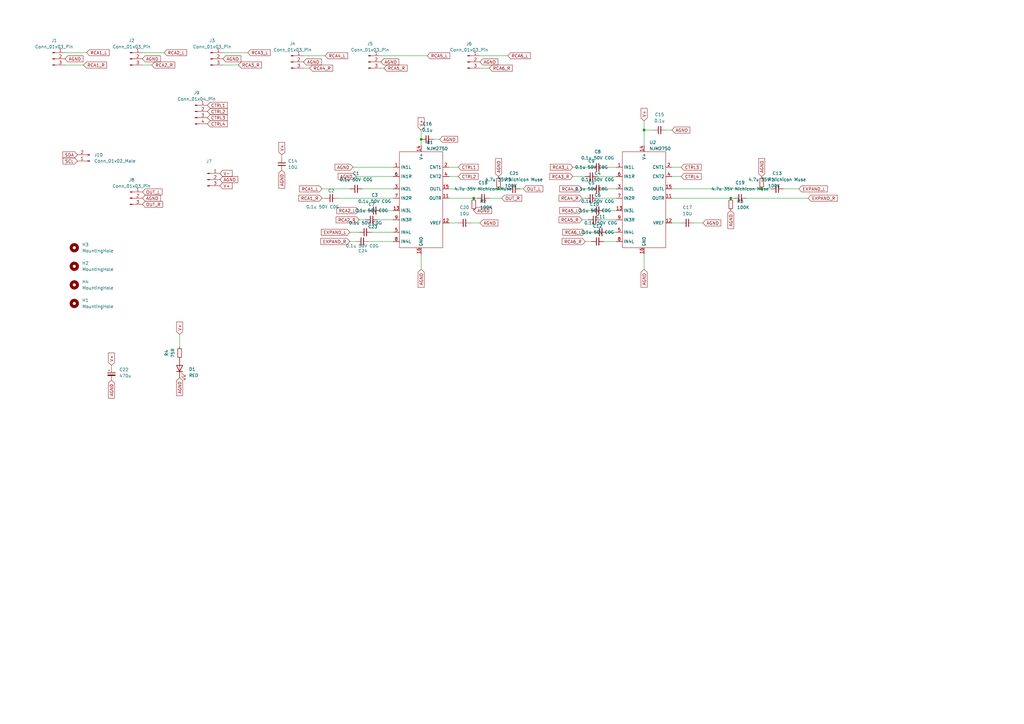
<source format=kicad_sch>
(kicad_sch (version 20231120) (generator "eeschema") (generator_version "8.0")
  (paper "A3")
  (lib_symbols
    (symbol "Connector:Conn_01x02_Male" (pin_names (offset 1.016) hide)
      (property "Reference" "J" (at 0 2.54 0))
      (property "Value" "Conn_01x02_Male" (at 0 -5.08 0))
      (symbol "Conn_01x02_Male_1_1"
        (polyline (pts (xy 1.27 -2.54) (xy 0.8636 -2.54)) (stroke (width 0.1524)))
        (polyline (pts (xy 1.27 0) (xy 0.8636 0)) (stroke (width 0.1524)))
        (rectangle (start 0.8636 -2.413) (end 0 -2.667) (stroke (width 0.1524)) (fill (type outline)))
        (rectangle (start 0.8636 0.127) (end 0 -0.127) (stroke (width 0.1524)) (fill (type outline)))
        (pin passive line (at 5.08 0 180) (length 3.81) (name "Pin_1") (number "1"))
        (pin passive line (at 5.08 -2.54 180) (length 3.81) (name "Pin_2") (number "2"))
      )
    )
    (symbol "Connector:Conn_01x03_Male" (pin_names (offset 1.016) hide)
      (property "Reference" "J" (at 0 5.08 0))
      (property "Value" "Conn_01x03_Male" (at 0 -5.08 0))
      (symbol "Conn_01x03_Male_1_1"
        (polyline (pts (xy 1.27 -2.54) (xy 0.8636 -2.54)) (stroke (width 0.1524)))
        (polyline (pts (xy 1.27 0) (xy 0.8636 0)) (stroke (width 0.1524)))
        (polyline (pts (xy 1.27 2.54) (xy 0.8636 2.54)) (stroke (width 0.1524)))
        (rectangle (start 0.8636 -2.413) (end 0 -2.667) (stroke (width 0.1524)) (fill (type outline)))
        (rectangle (start 0.8636 0.127) (end 0 -0.127) (stroke (width 0.1524)) (fill (type outline)))
        (rectangle (start 0.8636 2.667) (end 0 2.413) (stroke (width 0.1524)) (fill (type outline)))
        (pin passive line (at 5.08 2.54 180) (length 3.81) (name "Pin_1") (number "1"))
        (pin passive line (at 5.08 0 180) (length 3.81) (name "Pin_2") (number "2"))
        (pin passive line (at 5.08 -2.54 180) (length 3.81) (name "Pin_3") (number "3"))
      )
    )
    (symbol "Connector:Conn_01x03_Pin" (pin_names (offset 1.016) hide)
      (property "Reference" "J" (at 0 5.08 0))
      (property "Value" "Conn_01x03_Pin" (at 0 -5.08 0))
      (symbol "Conn_01x03_Pin_1_1"
        (polyline (pts (xy 1.27 -2.54) (xy 0.8636 -2.54)) (stroke (width 0.1524)))
        (polyline (pts (xy 1.27 0) (xy 0.8636 0)) (stroke (width 0.1524)))
        (polyline (pts (xy 1.27 2.54) (xy 0.8636 2.54)) (stroke (width 0.1524)))
        (rectangle (start 0.8636 -2.413) (end 0 -2.667) (stroke (width 0.1524)) (fill (type outline)))
        (rectangle (start 0.8636 0.127) (end 0 -0.127) (stroke (width 0.1524)) (fill (type outline)))
        (rectangle (start 0.8636 2.667) (end 0 2.413) (stroke (width 0.1524)) (fill (type outline)))
        (pin passive line (at 5.08 2.54 180) (length 3.81) (name "Pin_1") (number "1"))
        (pin passive line (at 5.08 0 180) (length 3.81) (name "Pin_2") (number "2"))
        (pin passive line (at 5.08 -2.54 180) (length 3.81) (name "Pin_3") (number "3"))
      )
    )
    (symbol "Connector:Conn_01x04_Pin" (pin_names (offset 1.016) hide)
      (property "Reference" "J" (at 0 5.08 0))
      (property "Value" "Conn_01x04_Pin" (at 0 -7.62 0))
      (symbol "Conn_01x04_Pin_1_1"
        (polyline (pts (xy 1.27 -5.08) (xy 0.8636 -5.08)) (stroke (width 0.1524)))
        (polyline (pts (xy 1.27 -2.54) (xy 0.8636 -2.54)) (stroke (width 0.1524)))
        (polyline (pts (xy 1.27 0) (xy 0.8636 0)) (stroke (width 0.1524)))
        (polyline (pts (xy 1.27 2.54) (xy 0.8636 2.54)) (stroke (width 0.1524)))
        (rectangle (start 0.8636 -4.953) (end 0 -5.207) (stroke (width 0.1524)) (fill (type outline)))
        (rectangle (start 0.8636 -2.413) (end 0 -2.667) (stroke (width 0.1524)) (fill (type outline)))
        (rectangle (start 0.8636 0.127) (end 0 -0.127) (stroke (width 0.1524)) (fill (type outline)))
        (rectangle (start 0.8636 2.667) (end 0 2.413) (stroke (width 0.1524)) (fill (type outline)))
        (pin passive line (at 5.08 2.54 180) (length 3.81) (name "Pin_1") (number "1"))
        (pin passive line (at 5.08 0 180) (length 3.81) (name "Pin_2") (number "2"))
        (pin passive line (at 5.08 -2.54 180) (length 3.81) (name "Pin_3") (number "3"))
        (pin passive line (at 5.08 -5.08 180) (length 3.81) (name "Pin_4") (number "4"))
      )
    )
    (symbol "Custom:NJM2750"
      (property "Reference" "U" (at 7.112 3.556 0))
      (symbol "NJM2750_0_1"
        (rectangle (start -8.89 44.45) (end 8.89 5.08))
      )
      (symbol "NJM2750_1_1"
        (pin input line (at -11.43 38.1 0) (length 2.54) (name "IN1L") (number "1"))
        (pin input line (at 11.43 25.4 180) (length 2.54) (name "OUTR") (number "11"))
        (pin input line (at 11.43 15.24 180) (length 2.54) (name "VREF") (number "12"))
        (pin input line (at -11.43 20.32 0) (length 2.54) (name "IN3L") (number "13"))
        (pin input line (at 0 46.99 270) (length 2.54) (name "V+") (number "14"))
        (pin input line (at 11.43 29.21 180) (length 2.54) (name "OUTL") (number "15"))
        (pin input line (at 0 2.54 90) (length 2.54) (name "GND") (number "16"))
        (pin input line (at 11.43 38.1 180) (length 2.54) (name "CNT1") (number "2"))
        (pin input line (at -11.43 29.21 0) (length 2.54) (name "IN2L") (number "3"))
        (pin input line (at 11.43 34.29 180) (length 2.54) (name "CNT2") (number "4"))
        (pin input line (at -11.43 11.43 0) (length 2.54) (name "IN4L") (number "5"))
        (pin input line (at -11.43 34.29 0) (length 2.54) (name "IN1R") (number "6"))
        (pin input line (at -11.43 25.4 0) (length 2.54) (name "IN2R") (number "7"))
        (pin input line (at -11.43 7.62 0) (length 2.54) (name "IN4L") (number "8"))
        (pin input line (at -11.43 16.51 0) (length 2.54) (name "IN3R") (number "9"))
      )
    )
    (symbol "Device:C_Polarized_Small" (pin_numbers hide) (pin_names (offset 0.254) hide)
      (property "Reference" "C" (at 0.254 1.778 0))
      (property "Value" "C_Polarized_Small" (at 0.254 -2.032 0))
      (symbol "C_Polarized_Small_0_1"
        (rectangle (start -1.524 -0.3048) (end 1.524 -0.6858) (fill (type outline)))
        (rectangle (start -1.524 0.6858) (end 1.524 0.3048))
        (polyline (pts (xy -1.27 1.524) (xy -0.762 1.524)))
        (polyline (pts (xy -1.016 1.27) (xy -1.016 1.778)))
      )
      (symbol "C_Polarized_Small_1_1"
        (pin passive line (at 0 2.54 270) (length 1.8542) (name "~") (number "1"))
        (pin passive line (at 0 -2.54 90) (length 1.8542) (name "~") (number "2"))
      )
    )
    (symbol "Device:C_Small" (pin_numbers hide) (pin_names (offset 0.254) hide)
      (property "Reference" "C" (at 0.254 1.778 0))
      (property "Value" "C_Small" (at 0.254 -2.032 0))
      (symbol "C_Small_0_1"
        (polyline (pts (xy -1.524 -0.508) (xy 1.524 -0.508)) (stroke (width 0.3302)))
        (polyline (pts (xy -1.524 0.508) (xy 1.524 0.508)) (stroke (width 0.3048)))
      )
      (symbol "C_Small_1_1"
        (pin passive line (at 0 2.54 270) (length 2.032) (name "~") (number "1"))
        (pin passive line (at 0 -2.54 90) (length 2.032) (name "~") (number "2"))
      )
    )
    (symbol "Device:LED" (pin_numbers hide) (pin_names (offset 1.016) hide)
      (property "Reference" "D" (at 0 2.54 0))
      (property "Value" "LED" (at 0 -2.54 0))
      (symbol "LED_0_1"
        (polyline (pts (xy -1.27 -1.27) (xy -1.27 1.27)) (stroke (width 0.254)))
        (polyline (pts (xy -1.27 0) (xy 1.27 0)))
        (polyline (pts (xy 1.27 -1.27) (xy 1.27 1.27) (xy -1.27 0) (xy 1.27 -1.27)) (stroke (width 0.254)))
        (polyline (pts (xy -3.048 -0.762) (xy -4.572 -2.286) (xy -3.81 -2.286) (xy -4.572 -2.286) (xy -4.572 -1.524)))
        (polyline (pts (xy -1.778 -0.762) (xy -3.302 -2.286) (xy -2.54 -2.286) (xy -3.302 -2.286) (xy -3.302 -1.524)))
      )
      (symbol "LED_1_1"
        (pin passive line (at -3.81 0 0) (length 2.54) (name "K") (number "1"))
        (pin passive line (at 3.81 0 180) (length 2.54) (name "A") (number "2"))
      )
    )
    (symbol "Device:R_Small" (pin_numbers hide) (pin_names (offset 0.254) hide)
      (property "Reference" "R" (at 0.762 0.508 0))
      (property "Value" "R_Small" (at 0.762 -1.016 0))
      (symbol "R_Small_0_1"
        (rectangle (start -0.762 1.778) (end 0.762 -1.778) (stroke (width 0.2032)))
      )
      (symbol "R_Small_1_1"
        (pin passive line (at 0 2.54 270) (length 0.762) (name "~") (number "1"))
        (pin passive line (at 0 -2.54 90) (length 0.762) (name "~") (number "2"))
      )
    )
    (symbol "Mechanical:MountingHole" (pin_names (offset 1.016))
      (property "Reference" "H" (at 0 5.08 0))
      (property "Value" "MountingHole" (at 0 3.175 0))
      (symbol "MountingHole_0_1"
        (circle (center 0 0) (radius 1.27) (stroke (width 1.27)))
      )
    )
  )
  (junction (at 194.31 81.28))
  (junction (at 204.47 77.47))
  (junction (at 312.42 77.47))
  (junction (at 172.72 57.15))
  (junction (at 264.16 53.34))
  (junction (at 299.72 81.28))
  (wire (pts (xy 124.46 27.94) (xy 127 27.94)))
  (wire (pts (xy 196.85 91.44) (xy 193.04 91.44)))
  (wire (pts (xy 214.63 77.47) (xy 213.36 77.47)))
  (wire (pts (xy 151.13 99.06) (xy 161.29 99.06)))
  (wire (pts (xy 187.96 91.44) (xy 184.15 91.44)))
  (wire (pts (xy 195.58 81.28) (xy 194.31 81.28)))
  (wire (pts (xy 247.65 68.58) (xy 252.73 68.58)))
  (wire (pts (xy 156.21 22.86) (xy 175.26 22.86)))
  (wire (pts (xy 172.72 53.34) (xy 172.72 57.15)))
  (wire (pts (xy 312.42 77.47) (xy 275.59 77.47)))
  (wire (pts (xy 45.72 149.86) (xy 45.72 150.876)))
  (wire (pts (xy 172.72 110.49) (xy 172.72 104.14)))
  (wire (pts (xy 331.47 81.28) (xy 306.07 81.28)))
  (wire (pts (xy 187.96 72.39) (xy 184.15 72.39)))
  (wire (pts (xy 279.4 72.39) (xy 275.59 72.39)))
  (wire (pts (xy 208.28 22.86) (xy 196.85 22.86)))
  (wire (pts (xy 245.11 81.28) (xy 252.73 81.28)))
  (wire (pts (xy 156.21 86.36) (xy 161.29 86.36)))
  (wire (pts (xy 248.92 95.25) (xy 252.73 95.25)))
  (wire (pts (xy 91.44 26.67) (xy 97.79 26.67)))
  (wire (pts (xy 279.4 68.58) (xy 275.59 68.58)))
  (wire (pts (xy 238.76 77.47) (xy 242.57 77.47)))
  (wire (pts (xy 204.47 77.47) (xy 184.15 77.47)))
  (wire (pts (xy 264.16 110.49) (xy 264.16 104.14)))
  (wire (pts (xy 147.32 86.36) (xy 151.13 86.36)))
  (wire (pts (xy 58.42 21.59) (xy 67.31 21.59)))
  (wire (pts (xy 146.05 72.39) (xy 161.29 72.39)))
  (wire (pts (xy 238.76 81.28) (xy 240.03 81.28)))
  (wire (pts (xy 144.78 68.58) (xy 161.29 68.58)))
  (wire (pts (xy 247.65 99.06) (xy 252.73 99.06)))
  (wire (pts (xy 238.76 90.17) (xy 241.3 90.17)))
  (wire (pts (xy 240.03 95.25) (xy 243.84 95.25)))
  (wire (pts (xy 91.44 21.59) (xy 101.6 21.59)))
  (wire (pts (xy 205.74 81.28) (xy 200.66 81.28)))
  (wire (pts (xy 245.11 72.39) (xy 252.73 72.39)))
  (wire (pts (xy 247.65 86.36) (xy 252.73 86.36)))
  (wire (pts (xy 300.99 81.28) (xy 299.72 81.28)))
  (wire (pts (xy 316.23 77.47) (xy 312.42 77.47)))
  (wire (pts (xy 279.4 91.44) (xy 275.59 91.44)))
  (wire (pts (xy 234.95 68.58) (xy 242.57 68.58)))
  (wire (pts (xy 246.38 90.17) (xy 252.73 90.17)))
  (wire (pts (xy 288.29 91.44) (xy 284.48 91.44)))
  (wire (pts (xy 147.32 90.17) (xy 149.86 90.17)))
  (wire (pts (xy 143.51 95.25) (xy 147.32 95.25)))
  (wire (pts (xy 264.16 49.53) (xy 264.16 53.34)))
  (wire (pts (xy 194.31 81.28) (xy 184.15 81.28)))
  (wire (pts (xy 148.59 77.47) (xy 161.29 77.47)))
  (wire (pts (xy 132.08 81.28) (xy 133.35 81.28)))
  (wire (pts (xy 138.43 81.28) (xy 161.29 81.28)))
  (wire (pts (xy 240.03 99.06) (xy 242.57 99.06)))
  (wire (pts (xy 247.65 77.47) (xy 252.73 77.47)))
  (wire (pts (xy 327.66 77.47) (xy 321.31 77.47)))
  (wire (pts (xy 208.28 77.47) (xy 204.47 77.47)))
  (wire (pts (xy 26.67 21.59) (xy 35.56 21.59)))
  (wire (pts (xy 115.57 63.5) (xy 115.57 64.77)))
  (wire (pts (xy 124.46 22.86) (xy 133.35 22.86)))
  (wire (pts (xy 234.95 72.39) (xy 240.03 72.39)))
  (wire (pts (xy 299.72 81.28) (xy 275.59 81.28)))
  (wire (pts (xy 275.59 53.34) (xy 273.05 53.34)))
  (wire (pts (xy 238.76 86.36) (xy 242.57 86.36)))
  (wire (pts (xy 267.97 53.34) (xy 264.16 53.34)))
  (wire (pts (xy 172.72 57.15) (xy 172.72 59.69)))
  (wire (pts (xy 26.67 26.67) (xy 34.29 26.67)))
  (wire (pts (xy 58.42 26.67) (xy 62.23 26.67)))
  (wire (pts (xy 73.66 137.16) (xy 73.66 142.24)))
  (wire (pts (xy 196.85 27.94) (xy 200.66 27.94)))
  (wire (pts (xy 180.34 57.15) (xy 177.8 57.15)))
  (wire (pts (xy 143.51 99.06) (xy 146.05 99.06)))
  (wire (pts (xy 132.08 77.47) (xy 143.51 77.47)))
  (wire (pts (xy 154.94 90.17) (xy 161.29 90.17)))
  (wire (pts (xy 156.21 27.94) (xy 157.48 27.94)))
  (wire (pts (xy 264.16 53.34) (xy 264.16 59.69)))
  (wire (pts (xy 152.4 95.25) (xy 161.29 95.25)))
  (wire (pts (xy 187.96 68.58) (xy 184.15 68.58)))
  (global_label "CTRL1" (shape input) (at 187.96 68.58 0) (property "Intersheetrefs" "${INTERSHEET_REFS}" (effects (hide yes))))
  (global_label "AGND" (shape input) (at 90.17 73.66 0) (property "Intersheetrefs" "${INTERSHEET_REFS}" (effects (hide yes))))
  (global_label "AGND" (shape input) (at 275.59 53.34 0) (property "Intersheetrefs" "${INTERSHEET_REFS}" (effects (hide yes))))
  (global_label "AGND" (shape input) (at 73.66 154.94 270) (property "Intersheetrefs" "${INTERSHEET_REFS}" (effects (hide yes))))
  (global_label "AGND" (shape input) (at 299.72 86.36 270) (property "Intersheetrefs" "${INTERSHEET_REFS}" (effects (hide yes))))
  (global_label "RCA2_L" (shape input) (at 67.31 21.59 0) (property "Intersheetrefs" "${INTERSHEET_REFS}" (effects (hide yes))))
  (global_label "CTRL3" (shape input) (at 85.09 48.26 0) (property "Intersheetrefs" "${INTERSHEET_REFS}" (effects (hide yes))))
  (global_label "RCA3_R" (shape input) (at 97.79 26.67 0) (property "Intersheetrefs" "${INTERSHEET_REFS}" (effects (hide yes))))
  (global_label "RCA3_L" (shape input) (at 101.6 21.59 0) (property "Intersheetrefs" "${INTERSHEET_REFS}" (effects (hide yes))))
  (global_label "OUT_R" (shape input) (at 58.42 83.82 0) (property "Intersheetrefs" "${INTERSHEET_REFS}" (effects (hide yes))))
  (global_label "V+" (shape input) (at 45.72 149.86 90) (property "Intersheetrefs" "${INTERSHEET_REFS}" (effects (hide yes))))
  (global_label "CTRL3" (shape input) (at 279.4 68.58 0) (property "Intersheetrefs" "${INTERSHEET_REFS}" (effects (hide yes))))
  (global_label "AGND" (shape input) (at 115.57 69.85 270) (property "Intersheetrefs" "${INTERSHEET_REFS}" (effects (hide yes))))
  (global_label "CTRL4" (shape input) (at 279.4 72.39 0) (property "Intersheetrefs" "${INTERSHEET_REFS}" (effects (hide yes))))
  (global_label "RCA6_R" (shape input) (at 200.66 27.94 0) (property "Intersheetrefs" "${INTERSHEET_REFS}" (effects (hide yes))))
  (global_label "RCA3_R" (shape input) (at 234.95 72.39 180) (property "Intersheetrefs" "${INTERSHEET_REFS}" (effects (hide yes))))
  (global_label "RCA6_L" (shape input) (at 208.28 22.86 0) (property "Intersheetrefs" "${INTERSHEET_REFS}" (effects (hide yes))))
  (global_label "RCA6_L" (shape input) (at 240.03 95.25 180) (property "Intersheetrefs" "${INTERSHEET_REFS}" (effects (hide yes))))
  (global_label "EXPAND_L" (shape input) (at 143.51 95.25 180) (property "Intersheetrefs" "${INTERSHEET_REFS}" (effects (hide yes))))
  (global_label "RCA5_L" (shape input) (at 175.26 22.86 0) (property "Intersheetrefs" "${INTERSHEET_REFS}" (effects (hide yes))))
  (global_label "AGND" (shape input) (at 45.72 155.956 270) (property "Intersheetrefs" "${INTERSHEET_REFS}" (effects (hide yes))))
  (global_label "RCA4_L" (shape input) (at 238.76 77.47 180) (property "Intersheetrefs" "${INTERSHEET_REFS}" (effects (hide yes))))
  (global_label "V+" (shape input) (at 90.17 76.2 0) (property "Intersheetrefs" "${INTERSHEET_REFS}" (effects (hide yes))))
  (global_label "SCL" (shape input) (at 31.75 66.04 180) (property "Intersheetrefs" "${INTERSHEET_REFS}" (effects (hide yes))))
  (global_label "RCA4_R" (shape input) (at 127 27.94 0) (property "Intersheetrefs" "${INTERSHEET_REFS}" (effects (hide yes))))
  (global_label "RCA2_L" (shape input) (at 147.32 86.36 180) (property "Intersheetrefs" "${INTERSHEET_REFS}" (effects (hide yes))))
  (global_label "AGND" (shape input) (at 26.67 24.13 0) (property "Intersheetrefs" "${INTERSHEET_REFS}" (effects (hide yes))))
  (global_label "CTRL2" (shape input) (at 85.09 45.72 0) (property "Intersheetrefs" "${INTERSHEET_REFS}" (effects (hide yes))))
  (global_label "AGND" (shape input) (at 312.42 72.39 90) (property "Intersheetrefs" "${INTERSHEET_REFS}" (effects (hide yes))))
  (global_label "V+" (shape input) (at 172.72 53.34 90) (property "Intersheetrefs" "${INTERSHEET_REFS}" (effects (hide yes))))
  (global_label "RCA4_L" (shape input) (at 133.35 22.86 0) (property "Intersheetrefs" "${INTERSHEET_REFS}" (effects (hide yes))))
  (global_label "RCA1_R" (shape input) (at 34.29 26.67 0) (property "Intersheetrefs" "${INTERSHEET_REFS}" (effects (hide yes))))
  (global_label "AGND" (shape input) (at 146.05 72.39 180) (property "Intersheetrefs" "${INTERSHEET_REFS}" (effects (hide yes))))
  (global_label "RCA2_R" (shape input) (at 147.32 90.17 180) (property "Intersheetrefs" "${INTERSHEET_REFS}" (effects (hide yes))))
  (global_label "CTRL2" (shape input) (at 187.96 72.39 0) (property "Intersheetrefs" "${INTERSHEET_REFS}" (effects (hide yes))))
  (global_label "AGND" (shape input) (at 124.46 25.4 0) (property "Intersheetrefs" "${INTERSHEET_REFS}" (effects (hide yes))))
  (global_label "AGND" (shape input) (at 144.78 68.58 180) (property "Intersheetrefs" "${INTERSHEET_REFS}" (effects (hide yes))))
  (global_label "RCA1_L" (shape input) (at 35.56 21.59 0) (property "Intersheetrefs" "${INTERSHEET_REFS}" (effects (hide yes))))
  (global_label "AGND" (shape input) (at 194.31 86.36 0) (property "Intersheetrefs" "${INTERSHEET_REFS}" (effects (hide yes))))
  (global_label "AGND" (shape input) (at 58.42 24.13 0) (property "Intersheetrefs" "${INTERSHEET_REFS}" (effects (hide yes))))
  (global_label "RCA5_L" (shape input) (at 238.76 86.36 180) (property "Intersheetrefs" "${INTERSHEET_REFS}" (effects (hide yes))))
  (global_label "SDA" (shape input) (at 31.75 63.5 180) (property "Intersheetrefs" "${INTERSHEET_REFS}" (effects (hide yes))))
  (global_label "V+" (shape input) (at 115.57 63.5 90) (property "Intersheetrefs" "${INTERSHEET_REFS}" (effects (hide yes))))
  (global_label "OUT_L" (shape input) (at 58.42 78.74 0) (property "Intersheetrefs" "${INTERSHEET_REFS}" (effects (hide yes))))
  (global_label "V+" (shape input) (at 73.66 137.16 90) (property "Intersheetrefs" "${INTERSHEET_REFS}" (effects (hide yes))))
  (global_label "RCA4_R" (shape input) (at 238.76 81.28 180) (property "Intersheetrefs" "${INTERSHEET_REFS}" (effects (hide yes))))
  (global_label "RCA1_R" (shape input) (at 132.08 81.28 180) (property "Intersheetrefs" "${INTERSHEET_REFS}" (effects (hide yes))))
  (global_label "AGND" (shape input) (at 196.85 25.4 0) (property "Intersheetrefs" "${INTERSHEET_REFS}" (effects (hide yes))))
  (global_label "AGND" (shape input) (at 180.34 57.15 0) (property "Intersheetrefs" "${INTERSHEET_REFS}" (effects (hide yes))))
  (global_label "RCA5_R" (shape input) (at 238.76 90.17 180) (property "Intersheetrefs" "${INTERSHEET_REFS}" (effects (hide yes))))
  (global_label "OUT_R" (shape input) (at 205.74 81.28 0) (property "Intersheetrefs" "${INTERSHEET_REFS}" (effects (hide yes))))
  (global_label "RCA2_R" (shape input) (at 62.23 26.67 0) (property "Intersheetrefs" "${INTERSHEET_REFS}" (effects (hide yes))))
  (global_label "AGND" (shape input) (at 264.16 110.49 270) (property "Intersheetrefs" "${INTERSHEET_REFS}" (effects (hide yes))))
  (global_label "CTRL4" (shape input) (at 85.09 50.8 0) (property "Intersheetrefs" "${INTERSHEET_REFS}" (effects (hide yes))))
  (global_label "AGND" (shape input) (at 58.42 81.28 0) (property "Intersheetrefs" "${INTERSHEET_REFS}" (effects (hide yes))))
  (global_label "RCA1_L" (shape input) (at 132.08 77.47 180) (property "Intersheetrefs" "${INTERSHEET_REFS}" (effects (hide yes))))
  (global_label "RCA5_R" (shape input) (at 157.48 27.94 0) (property "Intersheetrefs" "${INTERSHEET_REFS}" (effects (hide yes))))
  (global_label "V+" (shape input) (at 264.16 49.53 90) (property "Intersheetrefs" "${INTERSHEET_REFS}" (effects (hide yes))))
  (global_label "AGND" (shape input) (at 156.21 25.4 0) (property "Intersheetrefs" "${INTERSHEET_REFS}" (effects (hide yes))))
  (global_label "AGND" (shape input) (at 196.85 91.44 0) (property "Intersheetrefs" "${INTERSHEET_REFS}" (effects (hide yes))))
  (global_label "AGND" (shape input) (at 204.47 72.39 90) (property "Intersheetrefs" "${INTERSHEET_REFS}" (effects (hide yes))))
  (global_label "RCA6_R" (shape input) (at 240.03 99.06 180) (property "Intersheetrefs" "${INTERSHEET_REFS}" (effects (hide yes))))
  (global_label "AGND" (shape input) (at 91.44 24.13 0) (property "Intersheetrefs" "${INTERSHEET_REFS}" (effects (hide yes))))
  (global_label "CTRL1" (shape input) (at 85.09 43.18 0) (property "Intersheetrefs" "${INTERSHEET_REFS}" (effects (hide yes))))
  (global_label "EXPAND_R" (shape input) (at 143.51 99.06 180) (property "Intersheetrefs" "${INTERSHEET_REFS}" (effects (hide yes))))
  (global_label "EXPAND_L" (shape input) (at 327.66 77.47 0) (property "Intersheetrefs" "${INTERSHEET_REFS}" (effects (hide yes))))
  (global_label "RCA3_L" (shape input) (at 234.95 68.58 180) (property "Intersheetrefs" "${INTERSHEET_REFS}" (effects (hide yes))))
  (global_label "AGND" (shape input) (at 172.72 110.49 270) (property "Intersheetrefs" "${INTERSHEET_REFS}" (effects (hide yes))))
  (global_label "OUT_L" (shape input) (at 214.63 77.47 0) (property "Intersheetrefs" "${INTERSHEET_REFS}" (effects (hide yes))))
  (global_label "AGND" (shape input) (at 288.29 91.44 0) (property "Intersheetrefs" "${INTERSHEET_REFS}" (effects (hide yes))))
  (global_label "V-" (shape input) (at 90.17 71.12 0) (property "Intersheetrefs" "${INTERSHEET_REFS}" (effects (hide yes))))
  (global_label "EXPAND_R" (shape input) (at 331.47 81.28 0) (property "Intersheetrefs" "${INTERSHEET_REFS}" (effects (hide yes))))
  (symbol (lib_id "Device:C_Small") (at 245.11 86.36 90) (unit 1)
    (property "Reference" "C6" (at 245.1163 80.01 90))
    (property "Value" "0.1u 50V C0G" (at 245.1163 82.55 90))
    (property "Footprint" "Capacitor_SMD:C_1206_3216Metric_Pad1.33x1.80mm_HandSolder" (effects (hide yes)))
    (property "Description" "Unpolarized capacitor, small symbol" (effects (hide yes)))
    (property "Mouser" "81-GRM3195C1H104JA5D" (effects (hide yes)))
  )
  (symbol (lib_id "Device:C_Small") (at 318.77 77.47 270) (unit 1)
    (property "Reference" "C13" (at 318.7636 71.12 90))
    (property "Value" "4.7u 35V Nichicon Muse" (at 318.7636 73.66 90))
    (property "Footprint" "Capacitor_THT:CP_Radial_D5.0mm_P2.00mm" (effects (hide yes)))
    (property "Description" "Unpolarized capacitor, small symbol" (effects (hide yes)))
  )
  (symbol (lib_id "Connector:Conn_01x02_Male") (at 36.83 66.04 180) (unit 1)
    (property "Reference" "J10" (at 38.608 63.4999 0) (effects (justify right)))
    (property "Value" "Conn_01x02_Male" (at 38.608 66.0399 0) (effects (justify right)))
    (property "Footprint" "Connector_JST:JST_PH_B2B-PH-K_1x02_P2.00mm_Vertical" (effects (hide yes)))
  )
  (symbol (lib_id "Device:R_Small") (at 299.72 83.82 180) (unit 1)
    (property "Reference" "R3" (at 302.26 82.5499 0) (effects (justify right)))
    (property "Value" "100K" (at 302.26 85.0899 0) (effects (justify right)))
    (property "Footprint" "Resistor_SMD:R_0603_1608Metric_Pad0.98x0.95mm_HandSolder" (effects (hide yes)))
    (property "Description" "Resistor, small symbol" (effects (hide yes)))
    (property "Mouser" "603-AT0603FRE07100KL" (effects (hide yes)))
  )
  (symbol (lib_id "Device:C_Small") (at 135.89 81.28 90) (unit 1)
    (property "Reference" "C2" (at 135.89 78.232 90))
    (property "Value" "0.1u 50V C0G" (at 132.334 84.836 90))
    (property "Footprint" "Capacitor_SMD:C_1206_3216Metric_Pad1.33x1.80mm_HandSolder" (effects (hide yes)))
    (property "Description" "Unpolarized capacitor, small symbol" (effects (hide yes)))
    (property "Mouser" "81-GRM3195C1H104JA5D" (effects (hide yes)))
  )
  (symbol (lib_id "Connector:Conn_01x03_Pin") (at 21.59 24.13 0) (unit 1)
    (property "Reference" "J1" (at 22.225 16.637 0))
    (property "Value" "Conn_01x03_Pin" (at 22.225 19.177 0))
    (property "Footprint" "Connector_JST:JST_PH_B3B-PH-K_1x03_P2.00mm_Vertical" (effects (hide yes)))
  )
  (symbol (lib_id "Device:C_Small") (at 270.51 53.34 90) (unit 1)
    (property "Reference" "C15" (at 270.5163 46.99 90))
    (property "Value" "0.1u" (at 270.5163 49.53 90))
    (property "Footprint" "Capacitor_SMD:C_0805_2012Metric_Pad1.18x1.45mm_HandSolder" (effects (hide yes)))
    (property "Description" "Unpolarized capacitor, small symbol" (effects (hide yes)))
  )
  (symbol (lib_id "Device:C_Small") (at 175.26 57.15 90) (unit 1)
    (property "Reference" "C16" (at 175.2663 50.8 90))
    (property "Value" "0.1u" (at 175.2663 53.34 90))
    (property "Footprint" "Capacitor_SMD:C_0805_2012Metric_Pad1.18x1.45mm_HandSolder" (effects (hide yes)))
    (property "Description" "Unpolarized capacitor, small symbol" (effects (hide yes)))
  )
  (symbol (lib_id "Device:R_Small") (at 312.42 74.93 0) (unit 1)
    (property "Reference" "R1" (at 314.96 73.6599 0) (effects (justify left)))
    (property "Value" "100K" (at 314.96 76.1999 0) (effects (justify left)))
    (property "Footprint" "Resistor_SMD:R_0603_1608Metric_Pad0.98x0.95mm_HandSolder" (effects (hide yes)))
    (property "Description" "Resistor, small symbol" (effects (hide yes)))
    (property "Mouser" "603-AT0603FRE07100KL" (effects (hide yes)))
  )
  (symbol (lib_id "Device:C_Small") (at 149.86 95.25 90) (unit 1)
    (property "Reference" "C23" (at 152.908 92.964 90))
    (property "Value" "0.1u 50V C0G" (at 149.8663 91.44 90))
    (property "Footprint" "Capacitor_SMD:C_1206_3216Metric_Pad1.33x1.80mm_HandSolder" (effects (hide yes)))
    (property "Description" "Unpolarized capacitor, small symbol" (effects (hide yes)))
    (property "Mouser" "81-GRM3195C1H104JA5D" (effects (hide yes)))
  )
  (symbol (lib_id "Connector:Conn_01x03_Pin") (at 151.13 25.4 0) (unit 1)
    (property "Reference" "J5" (at 151.765 17.907 0))
    (property "Value" "Conn_01x03_Pin" (at 151.765 20.447 0))
    (property "Footprint" "Connector_JST:JST_PH_B3B-PH-K_1x03_P2.00mm_Vertical" (effects (hide yes)))
  )
  (symbol (lib_id "Device:C_Small") (at 153.67 86.36 90) (unit 1)
    (property "Reference" "C3" (at 153.6763 80.01 90))
    (property "Value" "0.1u 50V C0G" (at 153.6763 82.55 90))
    (property "Footprint" "Capacitor_SMD:C_1206_3216Metric_Pad1.33x1.80mm_HandSolder" (effects (hide yes)))
    (property "Description" "Unpolarized capacitor, small symbol" (effects (hide yes)))
    (property "Mouser" "81-GRM3195C1H104JA5D" (effects (hide yes)))
  )
  (symbol (lib_id "Device:C_Small") (at 246.38 95.25 90) (unit 1)
    (property "Reference" "C11" (at 246.3863 88.9 90))
    (property "Value" "0.1u 50V C0G" (at 246.3863 91.44 90))
    (property "Footprint" "Capacitor_SMD:C_1206_3216Metric_Pad1.33x1.80mm_HandSolder" (effects (hide yes)))
    (property "Description" "Unpolarized capacitor, small symbol" (effects (hide yes)))
    (property "Mouser" "81-GRM3195C1H104JA5D" (effects (hide yes)))
  )
  (symbol (lib_id "Device:C_Small") (at 210.82 77.47 270) (unit 1)
    (property "Reference" "C21" (at 210.8136 71.12 90))
    (property "Value" "4.7u 35V Nichicon Muse" (at 210.8136 73.66 90))
    (property "Footprint" "Capacitor_THT:CP_Radial_D5.0mm_P2.00mm" (effects (hide yes)))
    (property "Description" "Unpolarized capacitor, small symbol" (effects (hide yes)))
  )
  (symbol (lib_id "Mechanical:MountingHole") (at 30.48 116.84 0) (unit 1)
    (property "Reference" "H4" (at 33.655 115.5699 0) (effects (justify left)))
    (property "Value" "MountingHole" (at 33.655 118.1099 0) (effects (justify left)))
    (property "Footprint" "MountingHole:MountingHole_3.2mm_M3_DIN965_Pad_TopOnly" (effects (hide yes)))
  )
  (symbol (lib_id "Device:C_Small") (at 245.11 77.47 90) (unit 1)
    (property "Reference" "C4" (at 245.1163 71.12 90))
    (property "Value" "0.1u 50V C0G" (at 245.1163 73.66 90))
    (property "Footprint" "Capacitor_SMD:C_1206_3216Metric_Pad1.33x1.80mm_HandSolder" (effects (hide yes)))
    (property "Description" "Unpolarized capacitor, small symbol" (effects (hide yes)))
    (property "Mouser" "81-GRM3195C1H104JA5D" (effects (hide yes)))
  )
  (symbol (lib_id "Device:C_Small") (at 281.94 91.44 270) (unit 1)
    (property "Reference" "C17" (at 281.9336 85.09 90))
    (property "Value" "10U" (at 281.9336 87.63 90))
    (property "Footprint" "Capacitor_SMD:C_1206_3216Metric_Pad1.33x1.80mm_HandSolder" (effects (hide yes)))
    (property "Description" "Unpolarized capacitor, small symbol" (effects (hide yes)))
  )
  (symbol (lib_id "Device:LED") (at 73.66 151.13 90) (unit 1)
    (property "Reference" "D1" (at 77.47 151.4474 90) (effects (justify right)))
    (property "Value" "RED" (at 77.47 153.9874 90) (effects (justify right)))
    (property "Footprint" "LED_SMD:LED_0805_2012Metric" (effects (hide yes)))
    (property "Description" "Light emitting diode" (effects (hide yes)))
  )
  (symbol (lib_id "Device:C_Small") (at 190.5 91.44 270) (unit 1)
    (property "Reference" "C20" (at 190.4936 85.09 90))
    (property "Value" "10U" (at 190.4936 87.63 90))
    (property "Footprint" "Capacitor_SMD:C_1206_3216Metric_Pad1.33x1.80mm_HandSolder" (effects (hide yes)))
    (property "Description" "Unpolarized capacitor, small symbol" (effects (hide yes)))
  )
  (symbol (lib_id "Mechanical:MountingHole") (at 30.48 101.6 0) (unit 1)
    (property "Reference" "H3" (at 33.655 100.3299 0) (effects (justify left)))
    (property "Value" "MountingHole" (at 33.655 102.8699 0) (effects (justify left)))
    (property "Footprint" "MountingHole:MountingHole_3.2mm_M3_DIN965_Pad_TopOnly" (effects (hide yes)))
  )
  (symbol (lib_id "Device:C_Small") (at 242.57 72.39 90) (unit 1)
    (property "Reference" "C9" (at 242.5763 66.04 90))
    (property "Value" "0.1u 50V C0G" (at 242.5763 68.58 90))
    (property "Footprint" "Capacitor_SMD:C_1206_3216Metric_Pad1.33x1.80mm_HandSolder" (effects (hide yes)))
    (property "Description" "Unpolarized capacitor, small symbol" (effects (hide yes)))
    (property "Mouser" "81-GRM3195C1H104JA5D" (effects (hide yes)))
  )
  (symbol (lib_id "Device:C_Small") (at 198.12 81.28 270) (unit 1)
    (property "Reference" "C18" (at 198.1136 74.93 90))
    (property "Value" "4.7u 35V Nichicon Muse" (at 198.1136 77.47 90))
    (property "Footprint" "Capacitor_THT:CP_Radial_D5.0mm_P2.00mm" (effects (hide yes)))
    (property "Description" "Unpolarized capacitor, small symbol" (effects (hide yes)))
  )
  (symbol (lib_id "Connector:Conn_01x03_Male") (at 85.09 73.66 0) (unit 1)
    (property "Reference" "J7" (at 85.725 66.167 0))
    (property "Value" "Conn_01x03_Male" (effects (hide yes)))
    (property "Footprint" "Connector_JST:JST_PH_B3B-PH-K_1x03_P2.00mm_Vertical" (effects (hide yes)))
  )
  (symbol (lib_id "Custom:NJM2750") (at 172.72 106.68 0) (unit 1)
    (property "Reference" "U1" (at 174.9141 58.42 0) (effects (justify left)))
    (property "Value" "NJM2750" (at 174.9141 60.96 0) (effects (justify left)))
    (property "Footprint" "Package_SO:SOP-16_4.4x10.4mm_P1.27mm" (effects (hide yes)))
    (property "Mouser" "NJM2750M" (effects (hide yes)))
  )
  (symbol (lib_id "Connector:Conn_01x04_Pin") (at 80.01 45.72 0) (unit 1)
    (property "Reference" "J9" (at 80.645 38.1 0))
    (property "Value" "Conn_01x04_Pin" (at 80.645 40.64 0))
    (property "Footprint" "Connector_JST:JST_PH_B4B-PH-K_1x04_P2.00mm_Vertical" (effects (hide yes)))
    (property "Description" "Generic connector, single row, 01x04, script generated" (effects (hide yes)))
  )
  (symbol (lib_id "Device:C_Small") (at 243.84 90.17 90) (unit 1)
    (property "Reference" "C10" (at 243.8463 83.82 90))
    (property "Value" "0.1u 50V C0G" (at 243.8463 86.36 90))
    (property "Footprint" "Capacitor_SMD:C_1206_3216Metric_Pad1.33x1.80mm_HandSolder" (effects (hide yes)))
    (property "Description" "Unpolarized capacitor, small symbol" (effects (hide yes)))
    (property "Mouser" "81-GRM3195C1H104JA5D" (effects (hide yes)))
  )
  (symbol (lib_id "Device:C_Small") (at 242.57 81.28 90) (unit 1)
    (property "Reference" "C5" (at 242.5763 74.93 90))
    (property "Value" "0.1u 50V C0G" (at 242.5763 77.47 90))
    (property "Footprint" "Capacitor_SMD:C_1206_3216Metric_Pad1.33x1.80mm_HandSolder" (effects (hide yes)))
    (property "Description" "Unpolarized capacitor, small symbol" (effects (hide yes)))
    (property "Mouser" "81-GRM3195C1H104JA5D" (effects (hide yes)))
  )
  (symbol (lib_id "Connector:Conn_01x03_Pin") (at 119.38 25.4 0) (unit 1)
    (property "Reference" "J4" (at 120.015 17.907 0))
    (property "Value" "Conn_01x03_Pin" (at 120.015 20.447 0))
    (property "Footprint" "Connector_JST:JST_PH_B3B-PH-K_1x03_P2.00mm_Vertical" (effects (hide yes)))
  )
  (symbol (lib_id "Connector:Conn_01x03_Pin") (at 53.34 24.13 0) (unit 1)
    (property "Reference" "J2" (at 53.975 16.637 0))
    (property "Value" "Conn_01x03_Pin" (at 53.975 19.177 0))
    (property "Footprint" "Connector_JST:JST_PH_B3B-PH-K_1x03_P2.00mm_Vertical" (effects (hide yes)))
  )
  (symbol (lib_id "Device:C_Small") (at 148.59 99.06 90) (unit 1)
    (property "Reference" "C24" (at 148.844 102.87 90))
    (property "Value" "0.1u 50V C0G" (at 148.59 100.838 90))
    (property "Footprint" "Capacitor_SMD:C_1206_3216Metric_Pad1.33x1.80mm_HandSolder" (effects (hide yes)))
    (property "Description" "Unpolarized capacitor, small symbol" (effects (hide yes)))
    (property "Mouser" "81-GRM3195C1H104JA5D" (effects (hide yes)))
  )
  (symbol (lib_id "Device:C_Small") (at 303.53 81.28 270) (unit 1)
    (property "Reference" "C19" (at 303.53 74.93 90))
    (property "Value" "4.7u 35V Nichicon Muse" (at 303.53 77.47 90))
    (property "Footprint" "Capacitor_THT:CP_Radial_D5.0mm_P2.00mm" (effects (hide yes)))
    (property "Description" "Unpolarized capacitor, small symbol" (effects (hide yes)))
  )
  (symbol (lib_id "Device:R_Small") (at 73.66 144.78 180) (unit 1)
    (property "Reference" "R4" (at 68.326 144.78 90))
    (property "Value" "75R" (at 70.866 144.78 90))
    (property "Footprint" "Resistor_SMD:R_0603_1608Metric_Pad0.98x0.95mm_HandSolder" (effects (hide yes)))
  )
  (symbol (lib_id "Connector:Conn_01x03_Pin") (at 86.36 24.13 0) (unit 1)
    (property "Reference" "J3" (at 86.995 16.637 0))
    (property "Value" "Conn_01x03_Pin" (at 86.995 19.177 0))
    (property "Footprint" "Connector_JST:JST_PH_B3B-PH-K_1x03_P2.00mm_Vertical" (effects (hide yes)))
  )
  (symbol (lib_id "Connector:Conn_01x03_Pin") (at 191.77 25.4 0) (unit 1)
    (property "Reference" "J6" (at 192.405 17.907 0))
    (property "Value" "Conn_01x03_Pin" (at 192.405 20.447 0))
    (property "Footprint" "Connector_JST:JST_PH_B3B-PH-K_1x03_P2.00mm_Vertical" (effects (hide yes)))
  )
  (symbol (lib_id "Connector:Conn_01x03_Pin") (at 53.34 81.28 0) (unit 1)
    (property "Reference" "J8" (at 53.975 73.787 0))
    (property "Value" "Conn_01x03_Pin" (at 53.975 76.327 0))
    (property "Footprint" "Connector_JST:JST_PH_B3B-PH-K_1x03_P2.00mm_Vertical" (effects (hide yes)))
  )
  (symbol (lib_id "Mechanical:MountingHole") (at 30.48 124.46 0) (unit 1)
    (property "Reference" "H1" (at 33.655 123.1899 0) (effects (justify left)))
    (property "Value" "MountingHole" (at 33.655 125.7299 0) (effects (justify left)))
    (property "Footprint" "MountingHole:MountingHole_3.2mm_M3_DIN965_Pad_TopOnly" (effects (hide yes)))
  )
  (symbol (lib_id "Device:C_Polarized_Small") (at 45.72 153.416 0) (unit 1)
    (property "Reference" "C22" (at 48.895 151.5999 0) (effects (justify left)))
    (property "Value" "470u" (at 48.895 154.1399 0) (effects (justify left)))
    (property "Footprint" "Capacitor_THT:CP_Radial_D6.3mm_P2.50mm" (effects (hide yes)))
  )
  (symbol (lib_id "Device:C_Small") (at 115.57 67.31 0) (unit 1)
    (property "Reference" "C14" (at 118.11 66.0462 0) (effects (justify left)))
    (property "Value" "10U" (at 118.11 68.5862 0) (effects (justify left)))
    (property "Footprint" "Capacitor_SMD:C_1206_3216Metric_Pad1.33x1.80mm_HandSolder" (effects (hide yes)))
    (property "Description" "Unpolarized capacitor, small symbol" (effects (hide yes)))
  )
  (symbol (lib_id "Mechanical:MountingHole") (at 30.48 109.22 0) (unit 1)
    (property "Reference" "H2" (at 33.655 107.9499 0) (effects (justify left)))
    (property "Value" "MountingHole" (at 33.655 110.4899 0) (effects (justify left)))
    (property "Footprint" "MountingHole:MountingHole_3.2mm_M3_DIN965_Pad_TopOnly" (effects (hide yes)))
  )
  (symbol (lib_id "Device:C_Small") (at 245.11 99.06 90) (unit 1)
    (property "Reference" "C12" (at 245.1163 92.71 90))
    (property "Value" "0.1u 50V C0G" (at 245.1163 95.25 90))
    (property "Footprint" "Capacitor_SMD:C_1206_3216Metric_Pad1.33x1.80mm_HandSolder" (effects (hide yes)))
    (property "Description" "Unpolarized capacitor, small symbol" (effects (hide yes)))
    (property "Mouser" "81-GRM3195C1H104JA5D" (effects (hide yes)))
  )
  (symbol (lib_id "Device:C_Small") (at 245.11 68.58 90) (unit 1)
    (property "Reference" "C8" (at 245.1163 62.23 90))
    (property "Value" "0.1u 50V C0G" (at 245.1163 64.77 90))
    (property "Footprint" "Capacitor_SMD:C_1206_3216Metric_Pad1.33x1.80mm_HandSolder" (effects (hide yes)))
    (property "Description" "Unpolarized capacitor, small symbol" (effects (hide yes)))
    (property "Mouser" "81-GRM3195C1H104JA5D" (effects (hide yes)))
  )
  (symbol (lib_id "Device:R_Small") (at 194.31 83.82 180) (unit 1)
    (property "Reference" "R2" (at 196.85 82.5499 0) (effects (justify right)))
    (property "Value" "100K" (at 196.85 85.0899 0) (effects (justify right)))
    (property "Footprint" "Resistor_SMD:R_0603_1608Metric_Pad0.98x0.95mm_HandSolder" (effects (hide yes)))
    (property "Description" "Resistor, small symbol" (effects (hide yes)))
    (property "Mouser" "603-AT0603FRE07100KL" (effects (hide yes)))
  )
  (symbol (lib_id "Device:C_Small") (at 146.05 77.47 90) (unit 1)
    (property "Reference" "C1" (at 146.0563 71.12 90))
    (property "Value" "0.1u 50V C0G" (at 146.0563 73.66 90))
    (property "Footprint" "Capacitor_SMD:C_1206_3216Metric_Pad1.33x1.80mm_HandSolder" (effects (hide yes)))
    (property "Description" "Unpolarized capacitor, small symbol" (effects (hide yes)))
    (property "Mouser" "81-GRM3195C1H104JA5D" (effects (hide yes)))
  )
  (symbol (lib_id "Device:C_Small") (at 152.4 90.17 90) (unit 1)
    (property "Reference" "C7" (at 152.4063 83.82 90))
    (property "Value" "0.1u 50V C0G" (at 152.4063 86.36 90))
    (property "Footprint" "Capacitor_SMD:C_1206_3216Metric_Pad1.33x1.80mm_HandSolder" (effects (hide yes)))
    (property "Description" "Unpolarized capacitor, small symbol" (effects (hide yes)))
    (property "Mouser" "81-GRM3195C1H104JA5D" (effects (hide yes)))
  )
  (symbol (lib_id "Device:R_Small") (at 204.47 74.93 0) (unit 1)
    (property "Reference" "R5" (at 207.01 73.6599 0) (effects (justify left)))
    (property "Value" "100K" (at 207.01 76.1999 0) (effects (justify left)))
    (property "Footprint" "Resistor_SMD:R_0603_1608Metric_Pad0.98x0.95mm_HandSolder" (effects (hide yes)))
    (property "Description" "Resistor, small symbol" (effects (hide yes)))
    (property "Mouser" "603-AT0603FRE07100KL" (effects (hide yes)))
  )
  (symbol (lib_id "Custom:NJM2750") (at 264.16 106.68 0) (unit 1)
    (property "Reference" "U2" (at 266.3541 58.42 0) (effects (justify left)))
    (property "Value" "NJM2750" (at 266.3541 60.96 0) (effects (justify left)))
    (property "Footprint" "Package_SO:SOP-16_4.4x10.4mm_P1.27mm" (effects (hide yes)))
    (property "Mouser" "NJM2750M" (effects (hide yes)))
  )
)
</source>
